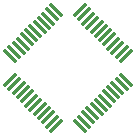
<source format=gtp>
%TF.GenerationSoftware,KiCad,Pcbnew,(6.0.2)*%
%TF.CreationDate,2022-10-19T19:09:35+02:00*%
%TF.ProjectId,adapter_LQFP48,61646170-7465-4725-9f4c-51465034382e,rev?*%
%TF.SameCoordinates,Original*%
%TF.FileFunction,Paste,Top*%
%TF.FilePolarity,Positive*%
%FSLAX46Y46*%
G04 Gerber Fmt 4.6, Leading zero omitted, Abs format (unit mm)*
G04 Created by KiCad (PCBNEW (6.0.2)) date 2022-10-19 19:09:35*
%MOMM*%
%LPD*%
G01*
G04 APERTURE LIST*
G04 Aperture macros list*
%AMRoundRect*
0 Rectangle with rounded corners*
0 $1 Rounding radius*
0 $2 $3 $4 $5 $6 $7 $8 $9 X,Y pos of 4 corners*
0 Add a 4 corners polygon primitive as box body*
4,1,4,$2,$3,$4,$5,$6,$7,$8,$9,$2,$3,0*
0 Add four circle primitives for the rounded corners*
1,1,$1+$1,$2,$3*
1,1,$1+$1,$4,$5*
1,1,$1+$1,$6,$7*
1,1,$1+$1,$8,$9*
0 Add four rect primitives between the rounded corners*
20,1,$1+$1,$2,$3,$4,$5,0*
20,1,$1+$1,$4,$5,$6,$7,0*
20,1,$1+$1,$6,$7,$8,$9,0*
20,1,$1+$1,$8,$9,$2,$3,0*%
G04 Aperture macros list end*
%ADD10RoundRect,0.075000X-0.521491X0.415425X0.415425X-0.521491X0.521491X-0.415425X-0.415425X0.521491X0*%
%ADD11RoundRect,0.075000X-0.521491X-0.415425X-0.415425X-0.521491X0.521491X0.415425X0.415425X0.521491X0*%
G04 APERTURE END LIST*
D10*
%TO.C,U1*%
X123461212Y-100522124D03*
X123107658Y-100875678D03*
X122754105Y-101229231D03*
X122400551Y-101582785D03*
X122046998Y-101936338D03*
X121693445Y-102289891D03*
X121339891Y-102643445D03*
X120986338Y-102996998D03*
X120632785Y-103350551D03*
X120279231Y-103704105D03*
X119925678Y-104057658D03*
X119572124Y-104411212D03*
D11*
X119572124Y-106408788D03*
X119925678Y-106762342D03*
X120279231Y-107115895D03*
X120632785Y-107469449D03*
X120986338Y-107823002D03*
X121339891Y-108176555D03*
X121693445Y-108530109D03*
X122046998Y-108883662D03*
X122400551Y-109237215D03*
X122754105Y-109590769D03*
X123107658Y-109944322D03*
X123461212Y-110297876D03*
D10*
X125458788Y-110297876D03*
X125812342Y-109944322D03*
X126165895Y-109590769D03*
X126519449Y-109237215D03*
X126873002Y-108883662D03*
X127226555Y-108530109D03*
X127580109Y-108176555D03*
X127933662Y-107823002D03*
X128287215Y-107469449D03*
X128640769Y-107115895D03*
X128994322Y-106762342D03*
X129347876Y-106408788D03*
D11*
X129347876Y-104411212D03*
X128994322Y-104057658D03*
X128640769Y-103704105D03*
X128287215Y-103350551D03*
X127933662Y-102996998D03*
X127580109Y-102643445D03*
X127226555Y-102289891D03*
X126873002Y-101936338D03*
X126519449Y-101582785D03*
X126165895Y-101229231D03*
X125812342Y-100875678D03*
X125458788Y-100522124D03*
%TD*%
M02*

</source>
